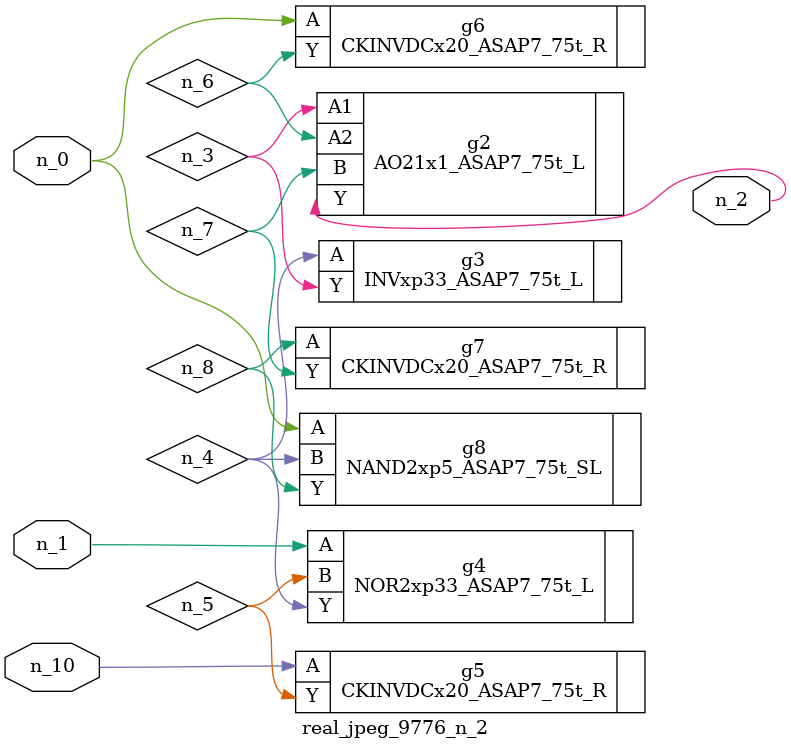
<source format=v>
module real_jpeg_9776_n_2 (n_1, n_10, n_0, n_2);

input n_1;
input n_10;
input n_0;

output n_2;

wire n_5;
wire n_4;
wire n_8;
wire n_6;
wire n_7;
wire n_3;

CKINVDCx20_ASAP7_75t_R g6 ( 
.A(n_0),
.Y(n_6)
);

NAND2xp5_ASAP7_75t_SL g8 ( 
.A(n_0),
.B(n_4),
.Y(n_8)
);

NOR2xp33_ASAP7_75t_L g4 ( 
.A(n_1),
.B(n_5),
.Y(n_4)
);

AO21x1_ASAP7_75t_L g2 ( 
.A1(n_3),
.A2(n_6),
.B(n_7),
.Y(n_2)
);

INVxp33_ASAP7_75t_L g3 ( 
.A(n_4),
.Y(n_3)
);

CKINVDCx20_ASAP7_75t_R g7 ( 
.A(n_8),
.Y(n_7)
);

CKINVDCx20_ASAP7_75t_R g5 ( 
.A(n_10),
.Y(n_5)
);


endmodule
</source>
